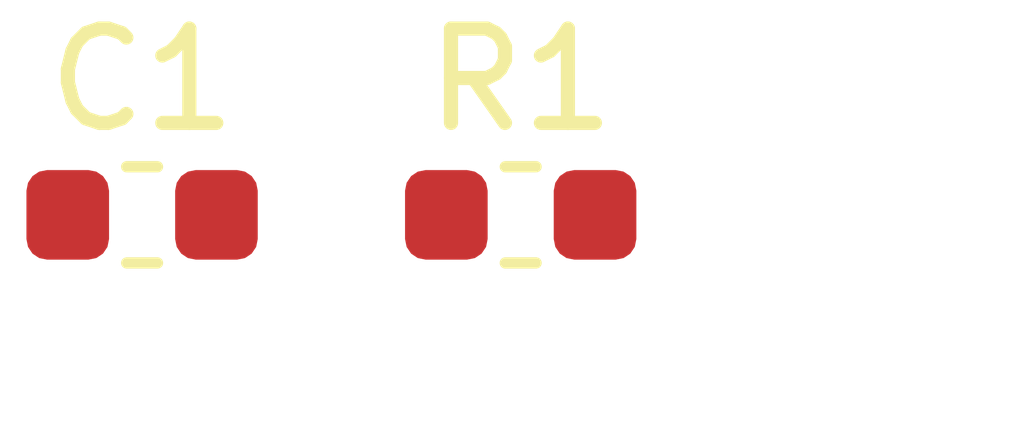
<source format=kicad_pcb>
(kicad_pcb (version 20171130) (host pcbnew 5.1.6)

  (general
    (thickness 1.6)
    (drawings 0)
    (tracks 0)
    (zones 0)
    (modules 2)
    (nets 5)
  )

  (page A4)
  (layers
    (0 F.Cu signal)
    (31 B.Cu signal)
    (32 B.Adhes user)
    (33 F.Adhes user)
    (34 B.Paste user)
    (35 F.Paste user)
    (36 B.SilkS user)
    (37 F.SilkS user)
    (38 B.Mask user)
    (39 F.Mask user)
    (40 Dwgs.User user)
    (41 Cmts.User user)
    (42 Eco1.User user)
    (43 Eco2.User user)
    (44 Edge.Cuts user)
    (45 Margin user)
    (46 B.CrtYd user)
    (47 F.CrtYd user)
    (48 B.Fab user)
    (49 F.Fab user)
  )

  (setup
    (last_trace_width 0.25)
    (trace_clearance 0.2)
    (zone_clearance 0.508)
    (zone_45_only no)
    (trace_min 0.2)
    (via_size 0.8)
    (via_drill 0.4)
    (via_min_size 0.4)
    (via_min_drill 0.3)
    (uvia_size 0.3)
    (uvia_drill 0.1)
    (uvias_allowed no)
    (uvia_min_size 0.2)
    (uvia_min_drill 0.1)
    (edge_width 0.05)
    (segment_width 0.2)
    (pcb_text_width 0.3)
    (pcb_text_size 1.5 1.5)
    (mod_edge_width 0.12)
    (mod_text_size 1 1)
    (mod_text_width 0.15)
    (pad_size 1.524 1.524)
    (pad_drill 0.762)
    (pad_to_mask_clearance 0.05)
    (aux_axis_origin 0 0)
    (visible_elements FFFFFF7F)
    (pcbplotparams
      (layerselection 0x010fc_ffffffff)
      (usegerberextensions false)
      (usegerberattributes true)
      (usegerberadvancedattributes true)
      (creategerberjobfile true)
      (excludeedgelayer true)
      (linewidth 0.100000)
      (plotframeref false)
      (viasonmask false)
      (mode 1)
      (useauxorigin false)
      (hpglpennumber 1)
      (hpglpenspeed 20)
      (hpglpendiameter 15.000000)
      (psnegative false)
      (psa4output false)
      (plotreference true)
      (plotvalue true)
      (plotinvisibletext false)
      (padsonsilk false)
      (subtractmaskfromsilk false)
      (outputformat 1)
      (mirror false)
      (drillshape 1)
      (scaleselection 1)
      (outputdirectory ""))
  )

  (net 0 "")
  (net 1 "Net-(C1-Pad2)")
  (net 2 "Net-(C1-Pad1)")
  (net 3 "Net-(R1-Pad2)")
  (net 4 "Net-(R1-Pad1)")

  (net_class Default "This is the default net class."
    (clearance 0.2)
    (trace_width 0.25)
    (via_dia 0.8)
    (via_drill 0.4)
    (uvia_dia 0.3)
    (uvia_drill 0.1)
    (add_net "Net-(C1-Pad1)")
    (add_net "Net-(C1-Pad2)")
    (add_net "Net-(R1-Pad1)")
    (add_net "Net-(R1-Pad2)")
  )

  (module Resistor_SMD:R_0603_1608Metric (layer F.Cu) (tedit 5B301BBD) (tstamp 5F517F77)
    (at 141.14206 99.73564)
    (descr "Resistor SMD 0603 (1608 Metric), square (rectangular) end terminal, IPC_7351 nominal, (Body size source: http://www.tortai-tech.com/upload/download/2011102023233369053.pdf), generated with kicad-footprint-generator")
    (tags resistor)
    (path /5F517697)
    (attr smd)
    (fp_text reference R1 (at 0 -1.43) (layer F.SilkS)
      (effects (font (size 1 1) (thickness 0.15)))
    )
    (fp_text value "10k 1% 1/4W" (at 0 1.43) (layer F.Fab)
      (effects (font (size 1 1) (thickness 0.15)))
    )
    (fp_text user %R (at 0 0) (layer F.Fab)
      (effects (font (size 0.4 0.4) (thickness 0.06)))
    )
    (fp_line (start -0.8 0.4) (end -0.8 -0.4) (layer F.Fab) (width 0.1))
    (fp_line (start -0.8 -0.4) (end 0.8 -0.4) (layer F.Fab) (width 0.1))
    (fp_line (start 0.8 -0.4) (end 0.8 0.4) (layer F.Fab) (width 0.1))
    (fp_line (start 0.8 0.4) (end -0.8 0.4) (layer F.Fab) (width 0.1))
    (fp_line (start -0.162779 -0.51) (end 0.162779 -0.51) (layer F.SilkS) (width 0.12))
    (fp_line (start -0.162779 0.51) (end 0.162779 0.51) (layer F.SilkS) (width 0.12))
    (fp_line (start -1.48 0.73) (end -1.48 -0.73) (layer F.CrtYd) (width 0.05))
    (fp_line (start -1.48 -0.73) (end 1.48 -0.73) (layer F.CrtYd) (width 0.05))
    (fp_line (start 1.48 -0.73) (end 1.48 0.73) (layer F.CrtYd) (width 0.05))
    (fp_line (start 1.48 0.73) (end -1.48 0.73) (layer F.CrtYd) (width 0.05))
    (pad 2 smd roundrect (at 0.7875 0) (size 0.875 0.95) (layers F.Cu F.Paste F.Mask) (roundrect_rratio 0.25)
      (net 3 "Net-(R1-Pad2)"))
    (pad 1 smd roundrect (at -0.7875 0) (size 0.875 0.95) (layers F.Cu F.Paste F.Mask) (roundrect_rratio 0.25)
      (net 4 "Net-(R1-Pad1)"))
    (model ${KISYS3DMOD}/Resistor_SMD.3dshapes/R_0603_1608Metric.wrl
      (at (xyz 0 0 0))
      (scale (xyz 1 1 1))
      (rotate (xyz 0 0 0))
    )
  )

  (module Capacitor_SMD:C_0603_1608Metric (layer F.Cu) (tedit 5B301BBE) (tstamp 5F517F66)
    (at 137.13206 99.73564)
    (descr "Capacitor SMD 0603 (1608 Metric), square (rectangular) end terminal, IPC_7351 nominal, (Body size source: http://www.tortai-tech.com/upload/download/2011102023233369053.pdf), generated with kicad-footprint-generator")
    (tags capacitor)
    (path /5F517C76)
    (attr smd)
    (fp_text reference C1 (at 0 -1.43) (layer F.SilkS)
      (effects (font (size 1 1) (thickness 0.15)))
    )
    (fp_text value C (at 0 1.43) (layer F.Fab)
      (effects (font (size 1 1) (thickness 0.15)))
    )
    (fp_text user %R (at 0 0) (layer F.Fab)
      (effects (font (size 0.4 0.4) (thickness 0.06)))
    )
    (fp_line (start -0.8 0.4) (end -0.8 -0.4) (layer F.Fab) (width 0.1))
    (fp_line (start -0.8 -0.4) (end 0.8 -0.4) (layer F.Fab) (width 0.1))
    (fp_line (start 0.8 -0.4) (end 0.8 0.4) (layer F.Fab) (width 0.1))
    (fp_line (start 0.8 0.4) (end -0.8 0.4) (layer F.Fab) (width 0.1))
    (fp_line (start -0.162779 -0.51) (end 0.162779 -0.51) (layer F.SilkS) (width 0.12))
    (fp_line (start -0.162779 0.51) (end 0.162779 0.51) (layer F.SilkS) (width 0.12))
    (fp_line (start -1.48 0.73) (end -1.48 -0.73) (layer F.CrtYd) (width 0.05))
    (fp_line (start -1.48 -0.73) (end 1.48 -0.73) (layer F.CrtYd) (width 0.05))
    (fp_line (start 1.48 -0.73) (end 1.48 0.73) (layer F.CrtYd) (width 0.05))
    (fp_line (start 1.48 0.73) (end -1.48 0.73) (layer F.CrtYd) (width 0.05))
    (pad 2 smd roundrect (at 0.7875 0) (size 0.875 0.95) (layers F.Cu F.Paste F.Mask) (roundrect_rratio 0.25)
      (net 1 "Net-(C1-Pad2)"))
    (pad 1 smd roundrect (at -0.7875 0) (size 0.875 0.95) (layers F.Cu F.Paste F.Mask) (roundrect_rratio 0.25)
      (net 2 "Net-(C1-Pad1)"))
    (model ${KISYS3DMOD}/Capacitor_SMD.3dshapes/C_0603_1608Metric.wrl
      (at (xyz 0 0 0))
      (scale (xyz 1 1 1))
      (rotate (xyz 0 0 0))
    )
  )

)

</source>
